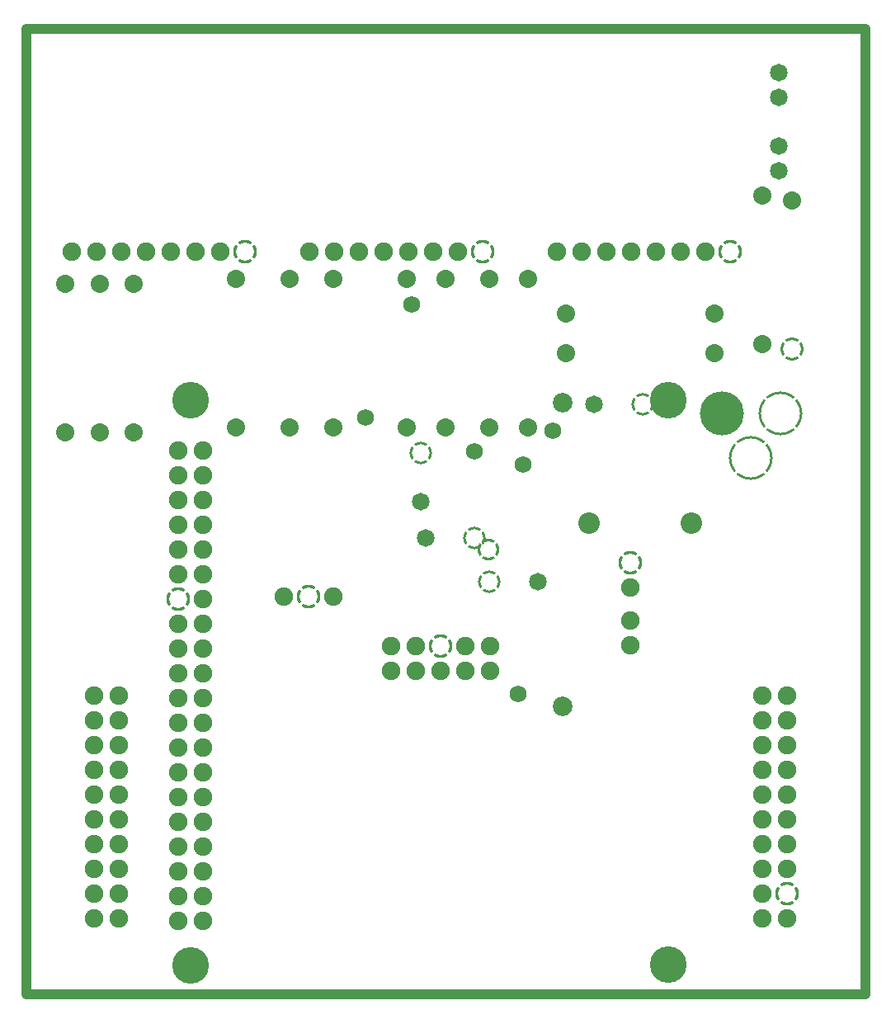
<source format=gbr>
G04 Layer_Physical_Order=2*
G04 Layer_Color=32768*
%FSLAX45Y45*%
%MOMM*%
%TF.FileFunction,Copper,L2,Inr,Plane*%
%TF.Part,Single*%
G01*
G75*
%TA.AperFunction,NonConductor*%
%ADD32C,1.01600*%
%TA.AperFunction,ComponentPad*%
%ADD33C,4.51600*%
G04:AMPARAMS|DCode=34|XSize=4.524mm|YSize=4.524mm|CornerRadius=0mm|HoleSize=0mm|Usage=FLASHONLY|Rotation=0.000|XOffset=0mm|YOffset=0mm|HoleType=Round|Shape=Relief|Width=0.254mm|Gap=0.254mm|Entries=4|*
%AMTHD34*
7,0,0,4.52400,4.01600,0.25400,45*
%
%ADD34THD34*%
%ADD35C,1.91600*%
G04:AMPARAMS|DCode=36|XSize=2.424mm|YSize=2.424mm|CornerRadius=0mm|HoleSize=0mm|Usage=FLASHONLY|Rotation=0.000|XOffset=0mm|YOffset=0mm|HoleType=Round|Shape=Relief|Width=0.254mm|Gap=0.254mm|Entries=4|*
%AMTHD36*
7,0,0,2.42400,1.91600,0.25400,45*
%
%ADD36THD36*%
%ADD37C,1.86600*%
%ADD38C,1.81600*%
G04:AMPARAMS|DCode=39|XSize=2.324mm|YSize=2.324mm|CornerRadius=0mm|HoleSize=0mm|Usage=FLASHONLY|Rotation=0.000|XOffset=0mm|YOffset=0mm|HoleType=Round|Shape=Relief|Width=0.254mm|Gap=0.254mm|Entries=4|*
%AMTHD39*
7,0,0,2.32400,1.81600,0.25400,45*
%
%ADD39THD39*%
%TA.AperFunction,ViaPad*%
%ADD40C,3.76600*%
%TA.AperFunction,ComponentPad*%
G04:AMPARAMS|DCode=41|XSize=2.374mm|YSize=2.374mm|CornerRadius=0mm|HoleSize=0mm|Usage=FLASHONLY|Rotation=0.000|XOffset=0mm|YOffset=0mm|HoleType=Round|Shape=Relief|Width=0.254mm|Gap=0.254mm|Entries=4|*
%AMTHD41*
7,0,0,2.37400,1.86600,0.25400,45*
%
%ADD41THD41*%
%ADD42C,2.21600*%
%ADD43C,2.01600*%
%TA.AperFunction,ViaPad*%
%ADD44C,1.72720*%
G04:AMPARAMS|DCode=45|XSize=2.2352mm|YSize=2.2352mm|CornerRadius=0mm|HoleSize=0mm|Usage=FLASHONLY|Rotation=0.000|XOffset=0mm|YOffset=0mm|HoleType=Round|Shape=Relief|Width=0.254mm|Gap=0.254mm|Entries=4|*
%AMTHD45*
7,0,0,2.23520,1.72720,0.25400,45*
%
%ADD45THD45*%
D32*
X5547700Y15473000D02*
X14158299D01*
Y5564800D02*
Y15473000D01*
X5547700Y5564800D02*
X14158299D01*
X5547700D02*
Y15473000D01*
D33*
X12684999Y11525001D02*
D03*
D34*
X13285004D02*
D03*
X12984998Y11074999D02*
D03*
D35*
X11749998Y9146001D02*
D03*
Y9400001D02*
D03*
Y9746001D02*
D03*
X9296400Y9144000D02*
D03*
Y8890000D02*
D03*
X9550400Y9144000D02*
D03*
Y8890000D02*
D03*
X9804400D02*
D03*
X10058400Y9144000D02*
D03*
Y8890000D02*
D03*
X10312400Y9144000D02*
D03*
Y8890000D02*
D03*
X12516896Y13184302D02*
D03*
X12262896D02*
D03*
X12008896D02*
D03*
X11754896D02*
D03*
X11500896D02*
D03*
X11246896D02*
D03*
X10992896D02*
D03*
X9976896D02*
D03*
X9722896D02*
D03*
X9468896D02*
D03*
X9214896D02*
D03*
X8960896D02*
D03*
X8706896D02*
D03*
X8452896D02*
D03*
X7538496D02*
D03*
X7284496D02*
D03*
X7030496D02*
D03*
X6776496D02*
D03*
X6522496D02*
D03*
X6268496D02*
D03*
X6014496D02*
D03*
X13106400Y6350000D02*
D03*
X13360400D02*
D03*
X13106400Y6604000D02*
D03*
Y6858000D02*
D03*
X13360400D02*
D03*
X13106400Y7112000D02*
D03*
X13360400D02*
D03*
X13106400Y7366000D02*
D03*
X13360400D02*
D03*
X13106400Y7620000D02*
D03*
X13360400D02*
D03*
X13106400Y7874000D02*
D03*
X13360400D02*
D03*
X13106400Y8128000D02*
D03*
X13360400D02*
D03*
X13106400Y8382000D02*
D03*
X13360400D02*
D03*
X13106400Y8636000D02*
D03*
X13360400D02*
D03*
X6248400Y6350000D02*
D03*
X6502400D02*
D03*
X6248400Y6604000D02*
D03*
X6502400D02*
D03*
X6248400Y6858000D02*
D03*
X6502400D02*
D03*
X6248400Y7112000D02*
D03*
X6502400D02*
D03*
X6248400Y7366000D02*
D03*
X6502400D02*
D03*
X6248400Y7620000D02*
D03*
X6502400D02*
D03*
X6248400Y7874000D02*
D03*
X6502400D02*
D03*
X6248400Y8128000D02*
D03*
X6502400D02*
D03*
X6248400Y8382000D02*
D03*
X6502400D02*
D03*
X6248400Y8636000D02*
D03*
X6502400D02*
D03*
X7366000Y11150600D02*
D03*
X7112000D02*
D03*
X7366000Y10896600D02*
D03*
X7112000D02*
D03*
X7366000Y10642600D02*
D03*
X7112000D02*
D03*
X7366000Y10388600D02*
D03*
X7112000D02*
D03*
X7366000Y10134600D02*
D03*
X7112000D02*
D03*
X7366000Y9880600D02*
D03*
X7112000D02*
D03*
X7366000Y9626600D02*
D03*
Y9372600D02*
D03*
X7112000D02*
D03*
X7366000Y9118600D02*
D03*
X7112000D02*
D03*
X7366000Y8864600D02*
D03*
X7112000D02*
D03*
X7366000Y8610600D02*
D03*
X7112000D02*
D03*
X7366000Y8356600D02*
D03*
X7112000D02*
D03*
X7366000Y8102600D02*
D03*
X7112000D02*
D03*
X7366000Y7848600D02*
D03*
X7112000D02*
D03*
X7366000Y7594600D02*
D03*
X7112000D02*
D03*
X7366000Y7340600D02*
D03*
X7112000D02*
D03*
X7366000Y7086600D02*
D03*
X7112000D02*
D03*
X7366000Y6832600D02*
D03*
X7112000D02*
D03*
X7366000Y6578600D02*
D03*
X7112000D02*
D03*
X7366000Y6324600D02*
D03*
X7112000D02*
D03*
X8192002Y9649998D02*
D03*
X8700002D02*
D03*
D36*
X11749998Y10000001D02*
D03*
X9804400Y9144000D02*
D03*
X12770896Y13184302D02*
D03*
X10230896D02*
D03*
X7792496D02*
D03*
X13360400Y6604000D02*
D03*
X7112000Y9626600D02*
D03*
X8446002Y9649998D02*
D03*
D37*
X13099998Y12238000D02*
D03*
Y13762000D02*
D03*
X5950001Y12861996D02*
D03*
Y11337996D02*
D03*
X6300003D02*
D03*
Y12861996D02*
D03*
X6649999Y12862001D02*
D03*
Y11338001D02*
D03*
X7700000Y11387999D02*
D03*
Y12912000D02*
D03*
X12611999Y12549998D02*
D03*
X11087999D02*
D03*
X12611999Y12149999D02*
D03*
X11087999D02*
D03*
X10300000Y12912000D02*
D03*
Y11387999D02*
D03*
X10699999Y12912000D02*
D03*
Y11387999D02*
D03*
X8699998D02*
D03*
Y12912000D02*
D03*
X9849998Y11387999D02*
D03*
Y12912000D02*
D03*
X8250001D02*
D03*
Y11387999D02*
D03*
X9449999Y12912000D02*
D03*
Y11387999D02*
D03*
X13411200Y13716000D02*
D03*
D38*
X9600001Y10624998D02*
D03*
X10800004Y9800001D02*
D03*
X9650000Y10249998D02*
D03*
X11374999Y11625001D02*
D03*
X13271500Y14021501D02*
D03*
Y14275500D02*
D03*
X13273003Y15027000D02*
D03*
Y14773000D02*
D03*
D39*
X9600001Y11125002D02*
D03*
X10300000Y9800001D02*
D03*
X10150004Y10249998D02*
D03*
X11875003Y11625001D02*
D03*
D40*
X12139000Y11662999D02*
D03*
X7239000Y5863001D02*
D03*
X12139000Y5871799D02*
D03*
X7239000Y11662999D02*
D03*
D41*
X13411200Y12192000D02*
D03*
D42*
X11327002Y10400000D02*
D03*
X12373000D02*
D03*
D43*
X11052002Y11640000D02*
D03*
Y8520000D02*
D03*
D44*
X10950000Y11350000D02*
D03*
X10600000Y8650000D02*
D03*
X9500000Y12650000D02*
D03*
X9029700Y11485880D02*
D03*
X10150500Y11140440D02*
D03*
X10650000Y11000000D02*
D03*
D45*
X10289540Y10129520D02*
D03*
%TF.MD5,1EBEACCA5E8625F1BD17FC86E8EB0951*%
M02*

</source>
